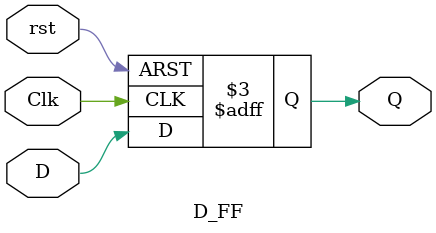
<source format=v>
module D_FF(output reg Q, input D, Clk, rst);
always @(posedge Clk, negedge rst)
	if (!rst)
		Q <= 1'b0;
	else
		Q <= D;
endmodule
</source>
